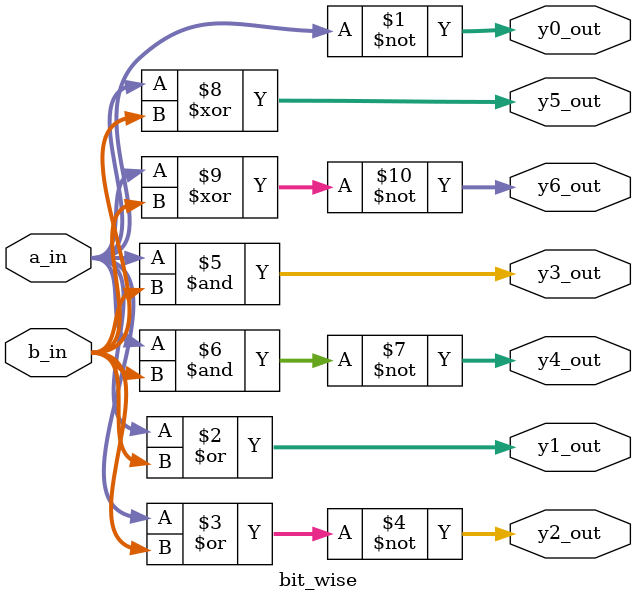
<source format=v>
`timescale 1ns / 1ps


module bit_wise(
               input [3:0]a_in,
               input [3:0]b_in,
               output [3:0]y0_out,
               output [3:0]y1_out,
                output [3:0]y2_out,
                output [3:0]y3_out,
                 output [3:0]y4_out, 
                  output [3:0]y5_out ,             
                   output [3:0]y6_out           
               

    );
    assign y0_out= ~(a_in );
    assign y1_out= a_in | b_in;
    assign y2_out= ~(a_in | b_in);
    assign y3_out= a_in & b_in;
    assign y4_out= ~(a_in & b_in);
    assign y5_out= (a_in ^ b_in);
    assign y6_out= ~(a_in ^ b_in);
endmodule

</source>
